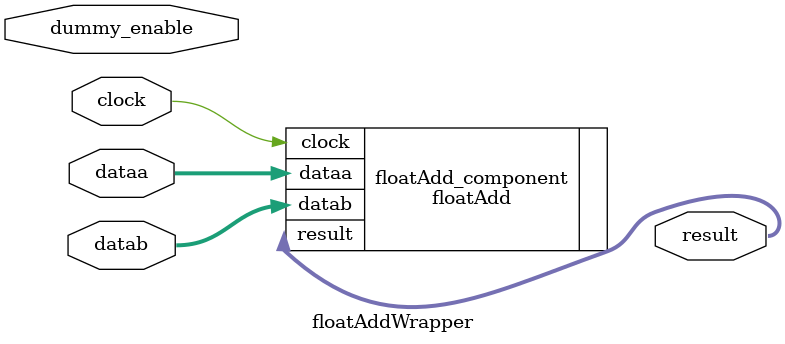
<source format=v>


module floatAddWrapper (
	clock,
	dataa,
	datab,
	result,
	dummy_enable);

	input		clock;
	input	[31:0]	dataa;
	input	[31:0]	datab;
	output	[31:0]	result;
	input		dummy_enable;

	floatAdd floatAdd_component (
		.clock(clock),
		.dataa(dataa),
		.datab(datab),
		.result(result)
	);
endmodule

</source>
